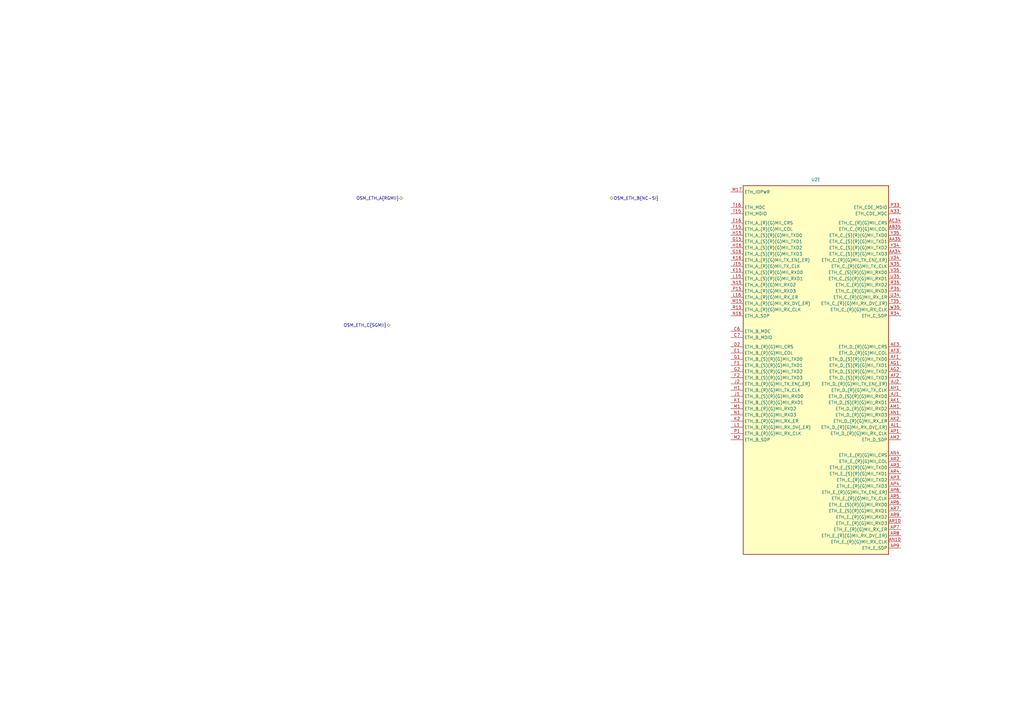
<source format=kicad_sch>
(kicad_sch (version 20250114) (generator "eeschema") (generator_version "9.0")
  (paper "A3")
  (title_block (title "BMC Reference Carrier Board") (date "2025-08-14") (rev "1.0.0"))
  (hierarchical_label "OSM_ETH_B{NC-SI}" (shape bidirectional) (at 250.19 81.28 0))
  (hierarchical_label "OSM_ETH_A{RGMII}" (shape bidirectional) (at 165.1 81.28 180))
  (hierarchical_label "OSM_ETH_C{SGMII}" (shape bidirectional) (at 160.02 133.35 180))
  (symbol (lib_id "antmicroModules:OSM-L_Carrier-side") (at 299.72 78.74 0) (unit 5)
    (property "Reference" "U2" (at 334.645 73.66 0))
    (property "Value" "OSM-L_Carrier-side" (effects (hide yes)))
    (property "Footprint" "antmicro-footprints:OSM-L_Carrier-side" (effects (hide yes)))
    (property "Datasheet" "https://sget.org/standards/osm/" (effects (hide yes)))
    (property "Description" "Open Standard Module (OSM)" (effects (hide yes)))
    (property "Author" "Antmicro" (effects (hide yes)))
    (property "License" "Apache-2.0" (effects (hide yes)))
  )
)
</source>
